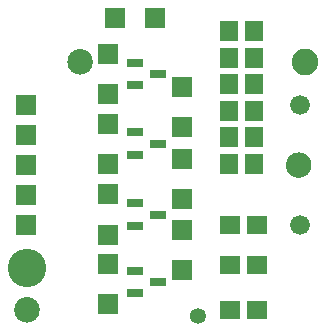
<source format=gbr>
G04 DesignSpark PCB Gerber Version 10.0 Build 5299*
G04 #@! TF.Part,Single*
G04 #@! TF.FileFunction,Soldermask,Top*
G04 #@! TF.FilePolarity,Negative*
%FSLAX35Y35*%
%MOIN*%
G04 #@! TA.AperFunction,SMDPad,CuDef*
%ADD25R,0.06100X0.06600*%
G04 #@! TA.AperFunction,ComponentPad*
%ADD26R,0.06600X0.06600*%
G04 #@! TA.AperFunction,SMDPad,CuDef*
%ADD23R,0.06900X0.06900*%
G04 #@! TD.AperFunction*
%ADD12C,0.00500*%
G04 #@! TA.AperFunction,SMDPad,CuDef*
%ADD29C,0.05324*%
%ADD72R,0.05600X0.02900*%
G04 #@! TA.AperFunction,ComponentPad*
%ADD24C,0.06600*%
%ADD28C,0.08868*%
G04 #@! TA.AperFunction,SMDPad,CuDef*
%ADD27R,0.06600X0.06100*%
G04 #@! TA.AperFunction,ComponentPad*
%ADD73C,0.12805*%
G04 #@! TD.AperFunction*
X0Y0D02*
D02*
D12*
X16546Y9948D02*
G75*
G03*
X24420I3937J0D01*
G01*
G75*
G03*
X16546I-3937J0D01*
G01*
G36*
X16546Y9948D02*
G75*
G03*
X24420I3937J0D01*
G01*
G75*
G03*
X16546I-3937J0D01*
G01*
G37*
X34263Y92626D02*
G75*
G03*
X42137I3937J0D01*
G01*
G75*
G03*
X34263I-3937J0D01*
G01*
G36*
X34263Y92626D02*
G75*
G03*
X42137I3937J0D01*
G01*
G75*
G03*
X34263I-3937J0D01*
G01*
G37*
X107098Y58177D02*
G75*
G03*
X114972I3937J0D01*
G01*
G75*
G03*
X107098I-3937J0D01*
G01*
G36*
X107098Y58177D02*
G75*
G03*
X114972I3937J0D01*
G01*
G75*
G03*
X107098I-3937J0D01*
G01*
G37*
D02*
D23*
X47415Y11786D03*
Y25186D03*
Y35015D03*
Y48415D03*
Y58637D03*
Y72037D03*
Y81865D03*
Y95265D03*
X49770Y107069D03*
X63170D03*
X72219Y23204D03*
Y36604D03*
Y46826D03*
Y60226D03*
Y70841D03*
Y84241D03*
D02*
D24*
X111483Y38177D03*
Y78177D03*
D02*
D25*
X87967Y58474D03*
Y67474D03*
Y76191D03*
Y85191D03*
Y93907D03*
Y102907D03*
X96234Y58474D03*
Y67474D03*
Y76191D03*
Y85191D03*
Y93907D03*
Y102907D03*
D02*
D26*
X20250Y38171D03*
Y48171D03*
Y58171D03*
Y68171D03*
Y78171D03*
D02*
D27*
X88031Y9825D03*
X88191Y24785D03*
Y38171D03*
X97031Y9825D03*
X97191Y24785D03*
Y38171D03*
D02*
D28*
X113003Y92626D03*
D02*
D29*
X77337Y7856D03*
D02*
D72*
X56557Y15524D03*
Y23024D03*
Y37965D03*
Y45465D03*
Y61587D03*
Y69087D03*
Y84815D03*
Y92315D03*
X64257Y19274D03*
Y41715D03*
Y65337D03*
Y88565D03*
D02*
D73*
X20483Y23728D03*
X0Y0D02*
M02*

</source>
